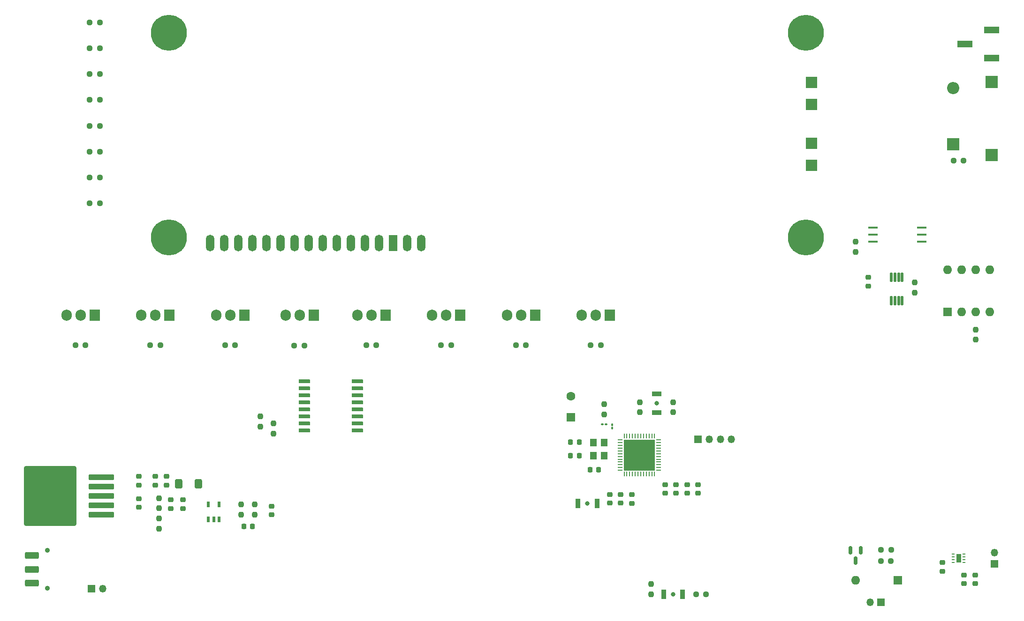
<source format=gbr>
%TF.GenerationSoftware,KiCad,Pcbnew,8.0.6-8.0.6-0~ubuntu22.04.1*%
%TF.CreationDate,2024-10-30T23:16:15-03:00*%
%TF.ProjectId,Projeto SEMB,50726f6a-6574-46f2-9053-454d422e6b69,rev?*%
%TF.SameCoordinates,Original*%
%TF.FileFunction,Soldermask,Top*%
%TF.FilePolarity,Negative*%
%FSLAX46Y46*%
G04 Gerber Fmt 4.6, Leading zero omitted, Abs format (unit mm)*
G04 Created by KiCad (PCBNEW 8.0.6-8.0.6-0~ubuntu22.04.1) date 2024-10-30 23:16:15*
%MOMM*%
%LPD*%
G01*
G04 APERTURE LIST*
G04 Aperture macros list*
%AMRoundRect*
0 Rectangle with rounded corners*
0 $1 Rounding radius*
0 $2 $3 $4 $5 $6 $7 $8 $9 X,Y pos of 4 corners*
0 Add a 4 corners polygon primitive as box body*
4,1,4,$2,$3,$4,$5,$6,$7,$8,$9,$2,$3,0*
0 Add four circle primitives for the rounded corners*
1,1,$1+$1,$2,$3*
1,1,$1+$1,$4,$5*
1,1,$1+$1,$6,$7*
1,1,$1+$1,$8,$9*
0 Add four rect primitives between the rounded corners*
20,1,$1+$1,$2,$3,$4,$5,0*
20,1,$1+$1,$4,$5,$6,$7,0*
20,1,$1+$1,$6,$7,$8,$9,0*
20,1,$1+$1,$8,$9,$2,$3,0*%
G04 Aperture macros list end*
%ADD10R,1.350000X1.350000*%
%ADD11O,1.350000X1.350000*%
%ADD12RoundRect,0.237500X-0.237500X0.250000X-0.237500X-0.250000X0.237500X-0.250000X0.237500X0.250000X0*%
%ADD13R,1.905000X2.000000*%
%ADD14O,1.905000X2.000000*%
%ADD15RoundRect,0.225000X-0.250000X0.225000X-0.250000X-0.225000X0.250000X-0.225000X0.250000X0.225000X0*%
%ADD16RoundRect,0.237500X-0.250000X-0.237500X0.250000X-0.237500X0.250000X0.237500X-0.250000X0.237500X0*%
%ADD17RoundRect,0.225000X0.250000X-0.225000X0.250000X0.225000X-0.250000X0.225000X-0.250000X-0.225000X0*%
%ADD18RoundRect,0.225000X0.225000X0.250000X-0.225000X0.250000X-0.225000X-0.250000X0.225000X-0.250000X0*%
%ADD19RoundRect,0.237500X0.250000X0.237500X-0.250000X0.237500X-0.250000X-0.237500X0.250000X-0.237500X0*%
%ADD20RoundRect,0.218750X-0.256250X0.218750X-0.256250X-0.218750X0.256250X-0.218750X0.256250X0.218750X0*%
%ADD21RoundRect,0.100000X0.130000X0.100000X-0.130000X0.100000X-0.130000X-0.100000X0.130000X-0.100000X0*%
%ADD22R,2.790000X1.190000*%
%ADD23RoundRect,0.062500X0.187500X0.062500X-0.187500X0.062500X-0.187500X-0.062500X0.187500X-0.062500X0*%
%ADD24R,0.900000X1.600000*%
%ADD25RoundRect,0.100000X0.100000X-0.130000X0.100000X0.130000X-0.100000X0.130000X-0.100000X-0.130000X0*%
%ADD26C,0.900000*%
%ADD27RoundRect,0.250000X1.000000X-0.375000X1.000000X0.375000X-1.000000X0.375000X-1.000000X-0.375000X0*%
%ADD28RoundRect,0.237500X0.237500X-0.250000X0.237500X0.250000X-0.237500X0.250000X-0.237500X-0.250000X0*%
%ADD29C,0.800000*%
%ADD30R,0.900000X1.700000*%
%ADD31RoundRect,0.062500X-0.375000X-0.062500X0.375000X-0.062500X0.375000X0.062500X-0.375000X0.062500X0*%
%ADD32RoundRect,0.062500X-0.062500X-0.375000X0.062500X-0.375000X0.062500X0.375000X-0.062500X0.375000X0*%
%ADD33R,5.600000X5.600000*%
%ADD34RoundRect,0.102000X0.901700X0.266700X-0.901700X0.266700X-0.901700X-0.266700X0.901700X-0.266700X0*%
%ADD35RoundRect,0.250000X-0.400000X-0.600000X0.400000X-0.600000X0.400000X0.600000X-0.400000X0.600000X0*%
%ADD36RoundRect,0.218750X0.256250X-0.218750X0.256250X0.218750X-0.256250X0.218750X-0.256250X-0.218750X0*%
%ADD37RoundRect,0.250000X2.050000X0.300000X-2.050000X0.300000X-2.050000X-0.300000X2.050000X-0.300000X0*%
%ADD38RoundRect,0.250002X4.449998X5.149998X-4.449998X5.149998X-4.449998X-5.149998X4.449998X-5.149998X0*%
%ADD39R,1.600000X1.600000*%
%ADD40O,1.600000X1.600000*%
%ADD41RoundRect,0.125000X-0.125000X0.687500X-0.125000X-0.687500X0.125000X-0.687500X0.125000X0.687500X0*%
%ADD42R,2.200000X2.200000*%
%ADD43R,1.700000X0.900000*%
%ADD44R,1.803400X0.457200*%
%ADD45O,2.200000X2.200000*%
%ADD46RoundRect,0.225000X-0.225000X-0.250000X0.225000X-0.250000X0.225000X0.250000X-0.225000X0.250000X0*%
%ADD47RoundRect,0.150000X-0.150000X0.587500X-0.150000X-0.587500X0.150000X-0.587500X0.150000X0.587500X0*%
%ADD48R,0.508000X0.977900*%
%ADD49C,1.600000*%
%ADD50C,6.500000*%
%ADD51R,1.500000X3.000000*%
%ADD52O,1.500000X3.000000*%
%ADD53R,2.000000X2.000000*%
%ADD54R,1.200000X1.400000*%
G04 APERTURE END LIST*
D10*
%TO.C,L2*%
X188120000Y-144712500D03*
D11*
X186120000Y-144712500D03*
%TD*%
D12*
%TO.C,R11*%
X146620000Y-141387500D03*
X146620000Y-143212500D03*
%TD*%
%TO.C,R1*%
X57756700Y-125855000D03*
X57756700Y-127680000D03*
%TD*%
D13*
%TO.C,Q9*%
X125660000Y-92767500D03*
D14*
X123120000Y-92767500D03*
X120580000Y-92767500D03*
%TD*%
D15*
%TO.C,C10*%
X203075300Y-139772100D03*
X203075300Y-141322100D03*
%TD*%
D16*
%TO.C,R34*%
X201207500Y-64812500D03*
X203032500Y-64812500D03*
%TD*%
D13*
%TO.C,Q7*%
X59700000Y-92767500D03*
D14*
X57160000Y-92767500D03*
X54620000Y-92767500D03*
%TD*%
D17*
%TO.C,C5*%
X59938300Y-127712500D03*
X59938300Y-126162500D03*
%TD*%
D16*
%TO.C,R13*%
X135707500Y-98212500D03*
X137532500Y-98212500D03*
%TD*%
D13*
%TO.C,Q3*%
X112160000Y-92767500D03*
D14*
X109620000Y-92767500D03*
X107080000Y-92767500D03*
%TD*%
D13*
%TO.C,Q5*%
X85700000Y-92767500D03*
D14*
X83160000Y-92767500D03*
X80620000Y-92767500D03*
%TD*%
D18*
%TO.C,C19*%
X133620000Y-118212500D03*
X132070000Y-118212500D03*
%TD*%
D16*
%TO.C,R3*%
X188120000Y-135212500D03*
X189945000Y-135212500D03*
%TD*%
D19*
%TO.C,R16*%
X47120000Y-44518600D03*
X45295000Y-44518600D03*
%TD*%
D17*
%TO.C,C8*%
X78120000Y-128866600D03*
X78120000Y-127316600D03*
%TD*%
D19*
%TO.C,R22*%
X47120000Y-58539000D03*
X45295000Y-58539000D03*
%TD*%
D10*
%TO.C,M1*%
X208620000Y-137712500D03*
D11*
X208620000Y-135712500D03*
%TD*%
D15*
%TO.C,C9*%
X199155300Y-137516100D03*
X199155300Y-139066100D03*
%TD*%
D12*
%TO.C,R31*%
X138120000Y-108887500D03*
X138120000Y-110712500D03*
%TD*%
D15*
%TO.C,C17*%
X141132500Y-125162500D03*
X141132500Y-126712500D03*
%TD*%
D20*
%TO.C,L1*%
X54120000Y-125925000D03*
X54120000Y-127500000D03*
%TD*%
D17*
%TO.C,C4*%
X62120000Y-127712500D03*
X62120000Y-126162500D03*
%TD*%
D18*
%TO.C,C18*%
X133620000Y-115709800D03*
X132070000Y-115709800D03*
%TD*%
D21*
%TO.C,D4*%
X138450300Y-112528200D03*
X137810300Y-112528200D03*
%TD*%
D22*
%TO.C,RV1*%
X208120000Y-46312500D03*
X203290000Y-43772500D03*
X208120000Y-41232500D03*
%TD*%
D23*
%TO.C,U4*%
X203070000Y-137462500D03*
X203070000Y-136962500D03*
X203070000Y-136462500D03*
X203070000Y-135962500D03*
X201170000Y-135962500D03*
X201170000Y-136462500D03*
X201170000Y-136962500D03*
X201170000Y-137462500D03*
D24*
X202120000Y-136712500D03*
%TD*%
D10*
%TO.C,J1*%
X45620000Y-142212500D03*
D11*
X47620000Y-142212500D03*
%TD*%
D25*
%TO.C,D5*%
X139620000Y-113187500D03*
X139620000Y-112547500D03*
%TD*%
D15*
%TO.C,C3*%
X54120000Y-121937500D03*
X54120000Y-123487500D03*
%TD*%
D26*
%TO.C,SW3*%
X37620000Y-142112500D03*
X37620000Y-135312500D03*
D27*
X34870000Y-141212500D03*
X34870000Y-138712500D03*
X34870000Y-136212500D03*
%TD*%
D28*
%TO.C,R5*%
X205200000Y-97212500D03*
X205200000Y-95387500D03*
%TD*%
D29*
%TO.C,SW4*%
X150620000Y-143212500D03*
D30*
X148920000Y-143212500D03*
X152320000Y-143212500D03*
%TD*%
D31*
%TO.C,U1*%
X141057500Y-115309800D03*
X141057500Y-115809800D03*
X141057500Y-116309800D03*
X141057500Y-116809800D03*
X141057500Y-117309800D03*
X141057500Y-117809800D03*
X141057500Y-118309800D03*
X141057500Y-118809800D03*
X141057500Y-119309800D03*
X141057500Y-119809800D03*
X141057500Y-120309800D03*
X141057500Y-120809800D03*
D32*
X141745000Y-121497300D03*
X142245000Y-121497300D03*
X142745000Y-121497300D03*
X143245000Y-121497300D03*
X143745000Y-121497300D03*
X144245000Y-121497300D03*
X144745000Y-121497300D03*
X145245000Y-121497300D03*
X145745000Y-121497300D03*
X146245000Y-121497300D03*
X146745000Y-121497300D03*
X147245000Y-121497300D03*
D31*
X147932500Y-120809800D03*
X147932500Y-120309800D03*
X147932500Y-119809800D03*
X147932500Y-119309800D03*
X147932500Y-118809800D03*
X147932500Y-118309800D03*
X147932500Y-117809800D03*
X147932500Y-117309800D03*
X147932500Y-116809800D03*
X147932500Y-116309800D03*
X147932500Y-115809800D03*
X147932500Y-115309800D03*
D32*
X147245000Y-114622300D03*
X146745000Y-114622300D03*
X146245000Y-114622300D03*
X145745000Y-114622300D03*
X145245000Y-114622300D03*
X144745000Y-114622300D03*
X144245000Y-114622300D03*
X143745000Y-114622300D03*
X143245000Y-114622300D03*
X142745000Y-114622300D03*
X142245000Y-114622300D03*
X141745000Y-114622300D03*
D33*
X144495000Y-118059800D03*
%TD*%
D19*
%TO.C,R14*%
X47120000Y-39845200D03*
X45295000Y-39845200D03*
%TD*%
D12*
%TO.C,R2*%
X57766900Y-129529300D03*
X57766900Y-131354300D03*
%TD*%
D18*
%TO.C,C20*%
X137170000Y-120712500D03*
X135620000Y-120712500D03*
%TD*%
D34*
%TO.C,U5*%
X93620000Y-113602500D03*
X93620000Y-112332500D03*
X93620000Y-111062500D03*
X93620000Y-109792500D03*
X93620000Y-108522500D03*
X93620000Y-107252500D03*
X93620000Y-105982500D03*
X93620000Y-104712500D03*
X84069600Y-104712500D03*
X84069600Y-105982500D03*
X84069600Y-107252500D03*
X84069600Y-108522500D03*
X84069600Y-109792500D03*
X84069600Y-111062500D03*
X84069600Y-112332500D03*
X84069600Y-113602500D03*
%TD*%
D35*
%TO.C,D1*%
X61370000Y-123212500D03*
X64870000Y-123212500D03*
%TD*%
D19*
%TO.C,R12*%
X156532500Y-143212500D03*
X154707500Y-143212500D03*
%TD*%
D16*
%TO.C,R25*%
X56207500Y-98212500D03*
X58032500Y-98212500D03*
%TD*%
D12*
%TO.C,R6*%
X183515500Y-79484800D03*
X183515500Y-81309800D03*
%TD*%
D36*
%TO.C,L3*%
X143132500Y-126787500D03*
X143132500Y-125212500D03*
%TD*%
D12*
%TO.C,R7*%
X194160000Y-86887500D03*
X194160000Y-88712500D03*
%TD*%
D13*
%TO.C,Q2*%
X139160000Y-92767500D03*
D14*
X136620000Y-92767500D03*
X134080000Y-92767500D03*
%TD*%
D16*
%TO.C,R23*%
X69707500Y-98212500D03*
X71532500Y-98212500D03*
%TD*%
D37*
%TO.C,U10*%
X47345000Y-128837500D03*
X47345000Y-127137500D03*
X47345000Y-125437500D03*
D38*
X38195000Y-125437500D03*
D37*
X47345000Y-123737500D03*
X47345000Y-122037500D03*
%TD*%
D19*
%TO.C,R18*%
X47120000Y-49192100D03*
X45295000Y-49192100D03*
%TD*%
D16*
%TO.C,R27*%
X42707500Y-98212500D03*
X44532500Y-98212500D03*
%TD*%
D19*
%TO.C,R24*%
X47120000Y-63212500D03*
X45295000Y-63212500D03*
%TD*%
D12*
%TO.C,R10*%
X72609700Y-126979800D03*
X72609700Y-128804800D03*
%TD*%
D39*
%TO.C,D2*%
X191120000Y-140712500D03*
D40*
X183500000Y-140712500D03*
%TD*%
D16*
%TO.C,R17*%
X108707500Y-98212500D03*
X110532500Y-98212500D03*
%TD*%
D41*
%TO.C,U13*%
X191935000Y-85920000D03*
X191285000Y-85920000D03*
X190635000Y-85920000D03*
X189985000Y-85920000D03*
X189985000Y-90145000D03*
X190635000Y-90145000D03*
X191285000Y-90145000D03*
X191935000Y-90145000D03*
%TD*%
D42*
%TO.C,BZ1*%
X208120000Y-63812500D03*
X208120000Y-50612500D03*
%TD*%
D28*
%TO.C,R8*%
X75109700Y-128804800D03*
X75109700Y-126979800D03*
%TD*%
D15*
%TO.C,C1*%
X59120000Y-121937500D03*
X59120000Y-123487500D03*
%TD*%
D29*
%TO.C,SW2*%
X147620000Y-108712500D03*
D43*
X147620000Y-107012500D03*
X147620000Y-110412500D03*
%TD*%
D16*
%TO.C,R21*%
X82207500Y-98267500D03*
X84032500Y-98267500D03*
%TD*%
D19*
%TO.C,R28*%
X47120000Y-72559400D03*
X45295000Y-72559400D03*
%TD*%
D13*
%TO.C,Q8*%
X46160000Y-92767500D03*
D14*
X43620000Y-92767500D03*
X41080000Y-92767500D03*
%TD*%
D12*
%TO.C,R33*%
X144620000Y-108500000D03*
X144620000Y-110325000D03*
%TD*%
D15*
%TO.C,C16*%
X139132500Y-125212500D03*
X139132500Y-126762500D03*
%TD*%
D28*
%TO.C,R32*%
X150620000Y-110325000D03*
X150620000Y-108500000D03*
%TD*%
D44*
%TO.C,U2*%
X186660000Y-76942500D03*
X186660000Y-78212500D03*
X186660000Y-79482500D03*
X195423000Y-79482500D03*
X195423000Y-78212500D03*
X195423000Y-76942500D03*
%TD*%
D42*
%TO.C,D3*%
X201120000Y-61892500D03*
D45*
X201120000Y-51732500D03*
%TD*%
D46*
%TO.C,C7*%
X73113500Y-130987300D03*
X74663500Y-130987300D03*
%TD*%
D15*
%TO.C,C6*%
X185838500Y-85935400D03*
X185838500Y-87485400D03*
%TD*%
%TO.C,C14*%
X149120000Y-123437500D03*
X149120000Y-124987500D03*
%TD*%
%TO.C,C21*%
X57120000Y-121937500D03*
X57120000Y-123487500D03*
%TD*%
D16*
%TO.C,R4*%
X188073700Y-137265300D03*
X189898700Y-137265300D03*
%TD*%
D47*
%TO.C,Q1*%
X184456200Y-135250600D03*
X182556200Y-135250600D03*
X183506200Y-137125600D03*
%TD*%
D15*
%TO.C,C11*%
X205075300Y-139772100D03*
X205075300Y-141322100D03*
%TD*%
D19*
%TO.C,R26*%
X47120000Y-67886000D03*
X45295000Y-67886000D03*
%TD*%
D48*
%TO.C,U7*%
X66719999Y-129712450D03*
X67670000Y-129712450D03*
X68620001Y-129712450D03*
X68620001Y-126981950D03*
X66719999Y-126981950D03*
%TD*%
D28*
%TO.C,R29*%
X78437800Y-114168700D03*
X78437800Y-112343700D03*
%TD*%
D39*
%TO.C,C15*%
X132120000Y-111212500D03*
D49*
X132120000Y-107412500D03*
%TD*%
D29*
%TO.C,SW1*%
X135132500Y-126809800D03*
D30*
X136832500Y-126809800D03*
X133432500Y-126809800D03*
%TD*%
D50*
%TO.C,U11*%
X174540000Y-78712500D03*
X174540000Y-41712500D03*
X59540000Y-78712500D03*
X59540000Y-41712500D03*
D51*
X100040000Y-79712500D03*
D52*
X97500000Y-79712500D03*
X94960000Y-79712500D03*
X92420000Y-79712500D03*
X89880000Y-79712500D03*
X87340000Y-79712500D03*
X84800000Y-79712500D03*
X82260000Y-79712500D03*
X79720000Y-79712500D03*
X77180000Y-79712500D03*
X74640000Y-79712500D03*
X72100000Y-79712500D03*
X69560000Y-79712500D03*
X67020000Y-79712500D03*
X102580000Y-79712500D03*
X105120000Y-79712500D03*
D53*
X175540000Y-65712500D03*
X175540000Y-54712500D03*
X175540000Y-61712500D03*
X175540000Y-50712500D03*
%TD*%
D15*
%TO.C,C12*%
X151120000Y-123437500D03*
X151120000Y-124987500D03*
%TD*%
D39*
%TO.C,U3*%
X200080000Y-92212500D03*
D40*
X202620000Y-92212500D03*
X205160000Y-92212500D03*
X207700000Y-92212500D03*
X207700000Y-84592500D03*
X205160000Y-84592500D03*
X202620000Y-84592500D03*
X200080000Y-84592500D03*
%TD*%
D16*
%TO.C,R19*%
X95207500Y-98212500D03*
X97032500Y-98212500D03*
%TD*%
D10*
%TO.C,J2*%
X155120000Y-115212500D03*
D11*
X157120000Y-115212500D03*
X159120000Y-115212500D03*
X161120000Y-115212500D03*
%TD*%
D16*
%TO.C,R15*%
X122207500Y-98212500D03*
X124032500Y-98212500D03*
%TD*%
D13*
%TO.C,Q4*%
X98660000Y-92767500D03*
D14*
X96120000Y-92767500D03*
X93580000Y-92767500D03*
%TD*%
D19*
%TO.C,R20*%
X47120000Y-53865600D03*
X45295000Y-53865600D03*
%TD*%
D54*
%TO.C,Y1*%
X136220000Y-115812500D03*
X136220000Y-118212500D03*
X138120000Y-118212500D03*
X138120000Y-115812500D03*
%TD*%
D13*
%TO.C,Q6*%
X73200000Y-92767500D03*
D14*
X70660000Y-92767500D03*
X68120000Y-92767500D03*
%TD*%
D15*
%TO.C,C2*%
X155120000Y-123437500D03*
X155120000Y-124987500D03*
%TD*%
D28*
%TO.C,R30*%
X76055200Y-112904400D03*
X76055200Y-111079400D03*
%TD*%
D15*
%TO.C,C13*%
X153120000Y-123437500D03*
X153120000Y-124987500D03*
%TD*%
M02*

</source>
